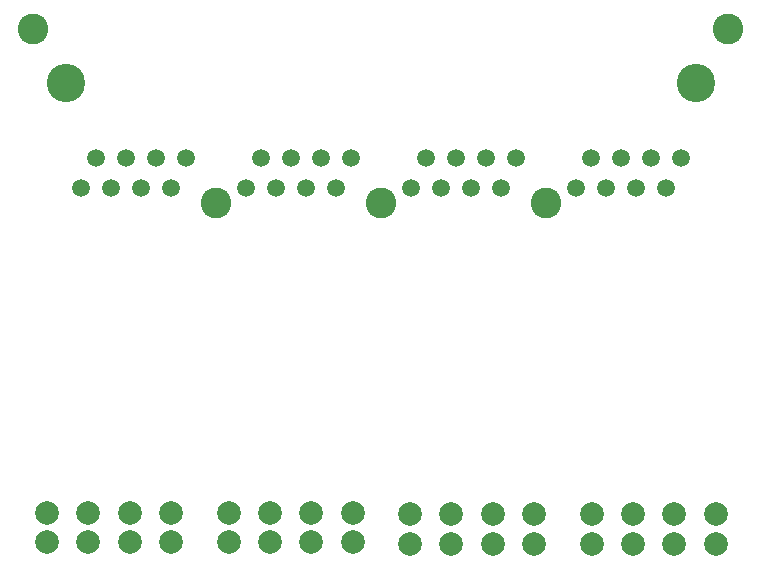
<source format=gbr>
%TF.GenerationSoftware,KiCad,Pcbnew,(6.0.9)*%
%TF.CreationDate,2023-11-10T22:24:19+05:30*%
%TF.ProjectId,RJ45-To-Terminal,524a3435-2d54-46f2-9d54-65726d696e61,2*%
%TF.SameCoordinates,Original*%
%TF.FileFunction,Soldermask,Bot*%
%TF.FilePolarity,Negative*%
%FSLAX46Y46*%
G04 Gerber Fmt 4.6, Leading zero omitted, Abs format (unit mm)*
G04 Created by KiCad (PCBNEW (6.0.9)) date 2023-11-10 22:24:19*
%MOMM*%
%LPD*%
G01*
G04 APERTURE LIST*
%ADD10C,2.600000*%
%ADD11C,1.500000*%
%ADD12C,3.250000*%
%ADD13C,2.000000*%
G04 APERTURE END LIST*
D10*
%TO.C,RJ45-1*%
X163728400Y-83209400D03*
X149758400Y-83209400D03*
X179158400Y-68479400D03*
X120358400Y-68479400D03*
X135788400Y-83209400D03*
D11*
X124358400Y-81939400D03*
X125628400Y-79399400D03*
X126898400Y-81939400D03*
X128168400Y-79399400D03*
X129438400Y-81939400D03*
X130708400Y-79399400D03*
X131978400Y-81939400D03*
X133248400Y-79399400D03*
X138328400Y-81939400D03*
X139598400Y-79399400D03*
X140868400Y-81939400D03*
X142138400Y-79399400D03*
X143408400Y-81939400D03*
X144678400Y-79399400D03*
X145948400Y-81939400D03*
X147218400Y-79399400D03*
X152298400Y-81939400D03*
X153568400Y-79399400D03*
X154838400Y-81939400D03*
X156108400Y-79399400D03*
X157378400Y-81939400D03*
X158648400Y-79399400D03*
X159918400Y-81939400D03*
X161188400Y-79399400D03*
X166268400Y-81939400D03*
X167538400Y-79399400D03*
X168808400Y-81939400D03*
X170078400Y-79399400D03*
X171348400Y-81939400D03*
X172618400Y-79399400D03*
X173888400Y-81939400D03*
X175158400Y-79399400D03*
D12*
X123088400Y-73049400D03*
X176428400Y-73049400D03*
%TD*%
D13*
%TO.C,J11*%
X131996000Y-111937300D03*
X131996000Y-109437300D03*
X128496000Y-111937300D03*
X128496000Y-109437300D03*
X124996000Y-111937300D03*
X124996000Y-109437300D03*
X121496000Y-111937300D03*
X121496000Y-109437300D03*
%TD*%
%TO.C,J12*%
X147388400Y-111937300D03*
X147388400Y-109437300D03*
X143888400Y-111937300D03*
X143888400Y-109437300D03*
X140388400Y-111937300D03*
X140388400Y-109437300D03*
X136888400Y-111937300D03*
X136888400Y-109437300D03*
%TD*%
%TO.C,J14*%
X178122400Y-112038900D03*
X178122400Y-109538900D03*
X174622400Y-112038900D03*
X174622400Y-109538900D03*
X171122400Y-112038900D03*
X171122400Y-109538900D03*
X167622400Y-112038900D03*
X167622400Y-109538900D03*
%TD*%
%TO.C,J13*%
X162730000Y-112038900D03*
X162730000Y-109538900D03*
X159230000Y-112038900D03*
X159230000Y-109538900D03*
X155730000Y-112038900D03*
X155730000Y-109538900D03*
X152230000Y-112038900D03*
X152230000Y-109538900D03*
%TD*%
M02*

</source>
